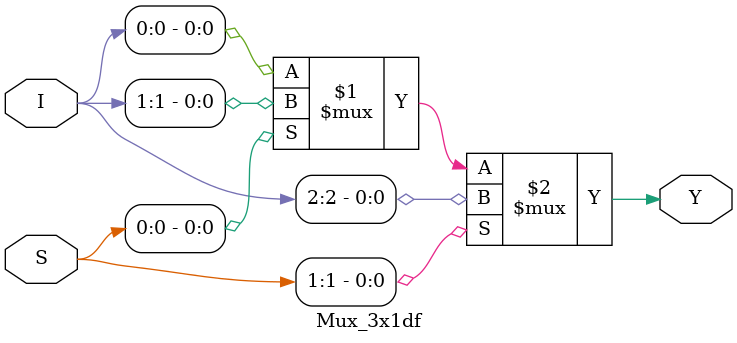
<source format=v>
`timescale 1ns / 1ps


module Mux_3x1df(
input [2:0]I,
input [0:1]S,
output Y
    );
    assign Y=S[1]? I[2] :(S[0]?I[1]:I[0]);
endmodule

</source>
